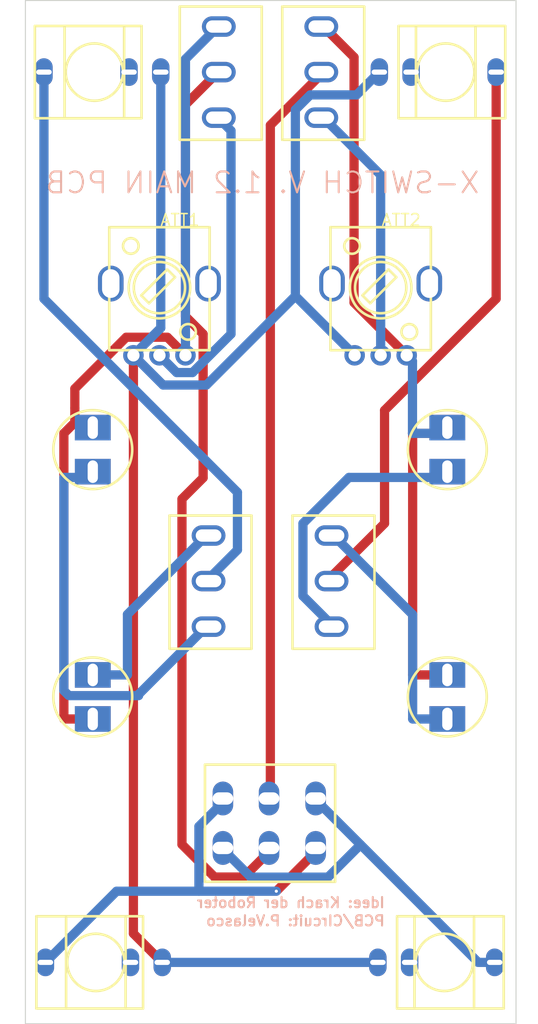
<source format=kicad_pcb>
(kicad_pcb (version 20171130) (host pcbnew "(5.1.5)-3") (page "A4") (layers (0 "F.Cu" signal) (31 "B.Cu" signal) (32 "B.Adhes" user) (33 "F.Adhes" user) (34 "B.Paste" user) (35 "F.Paste" user) (36 "B.SilkS" user) (37 "F.SilkS" user) (38 "B.Mask" user) (39 "F.Mask" user) (40 "Dwgs.User" user) (41 "Cmts.User" user) (42 "Eco1.User" user) (43 "Eco2.User" user) (44 "Edge.Cuts" user) (45 "Margin" user) (46 "B.CrtYd" user) (47 "F.CrtYd" user) (48 "B.Fab" user hide) (49 "F.Fab" user hide)) (net 0 "") (net 1 "ATT1_2") (net 2 "ATT1_4") (net 3 "ATT1_5") (net 4 "ATT2_2") (net 5 "ATT2_4") (net 6 "ATT2_5") (net 7 "GND") (net 8 "PB2_2") (net 9 "PB3_1") (net 10 "PB3_2") (net 11 "PB4_1") (net 12 "SW1_1") (net 13 "SW1_2") (net 14 "SW1_3") (net 15 "SW1_5") (net 16 "U1_1") (net 17 "U4_1") (net 18 "U4_2") (net 19 "U4_3") (net 20 "S$734") (segment (start -7.747 196.215) (end -14.468 196.215) (width 0.9) (layer "B.Cu") (net 18)) (segment (start -14.574 196.194) (end -15.039 195.729) (width 0.9) (layer "B.Cu") (net 18)) (segment (start -15.039 195.729) (end -15.039 174.924) (width 0.9) (layer "B.Cu") (net 18)) (segment (start -0.762 189.103) (end -7.853 196.194) (width 0.9) (layer "B.Cu") (net 18)) (segment (start -0.762 184.658) (end 1.897 181.999) (width 0.9) (layer "B.Cu") (net 17)) (segment (start 1.897 181.999) (end 1.897 176.373) (width 0.9) (layer "B.Cu") (net 17)) (segment (start 1.897 176.373) (end -16.985 157.49) (width 0.9) (layer "B.Cu") (net 17)) (segment (start -16.985 157.49) (end -16.985 135.382) (width 0.9) (layer "B.Cu") (net 17)) (segment (start 0.608 206.502) (end -1.862 208.972) (width 0.9) (layer "B.Cu") (net 14)) (segment (start -1.862 208.972) (end -1.862 215.295) (width 0.9) (layer "B.Cu") (net 14)) (segment (start -1.862 215.295) (end 5.691 215.295) (width 0.9) (layer "B.Cu") (net 14)) (segment (start 15.6 222.237) (end -5.44 222.237) (width 0.9) (layer "B.Cu") (net 7)) (segment (start 7.55 157.228) (end 13.335 163.012) (width 0.9) (layer "B.Cu") (net 7)) (segment (start 15.745 135.382) (end 13.522 137.605) (width 0.9) (layer "B.Cu") (net 7)) (segment (start 13.522 137.605) (end 9.002 137.605) (width 0.9) (layer "B.Cu") (net 7)) (segment (start 9.002 137.605) (end 7.55 139.056) (width 0.9) (layer "B.Cu") (net 7)) (segment (start 7.55 139.056) (end 7.55 157.228) (width 0.9) (layer "B.Cu") (net 7)) (segment (start 7.55 157.228) (end -1.131 165.909) (width 0.9) (layer "B.Cu") (net 7)) (segment (start -1.131 165.909) (end -5.358 165.909) (width 0.9) (layer "B.Cu") (net 7)) (segment (start -5.358 165.909) (end -8.255 163.012) (width 0.9) (layer "B.Cu") (net 7)) (segment (start -5.585 135.382) (end -5.585 160.342) (width 0.9) (layer "B.Cu") (net 7)) (segment (start -5.585 160.342) (end -8.255 163.012) (width 0.9) (layer "B.Cu") (net 7)) (segment (start 13.909 210.753) (end 25.393 222.237) (width 0.9) (layer "B.Cu") (net 12)) (segment (start 25.393 222.237) (end 27 222.237) (width 0.9) (layer "B.Cu") (net 12)) (segment (start 9.658 206.502) (end 13.909 210.753) (width 0.9) (layer "B.Cu") (net 12)) (segment (start 13.909 210.753) (end 10.74 213.922) (width 0.9) (layer "B.Cu") (net 12)) (segment (start 10.74 213.922) (end 3.202 213.922) (width 0.9) (layer "B.Cu") (net 12)) (segment (start 3.202 213.922) (end 0.608 211.328) (width 0.9) (layer "B.Cu") (net 12)) (segment (start 10.287 139.827) (end 15.875 145.415) (width 0.9) (layer "B.Cu") (net 4)) (segment (start 15.875 145.415) (end 15.875 163.012) (width 0.9) (layer "B.Cu") (net 4)) (segment (start 22.08 170.624) (end 18.979 170.624) (width 0.9) (layer "B.Cu") (net 10)) (segment (start 18.979 170.624) (end 18.979 163.576) (width 0.9) (layer "B.Cu") (net 10)) (segment (start 18.979 163.576) (end 18.415 163.012) (width 0.9) (layer "B.Cu") (net 10)) (segment (start -11.938 174.924) (end -15.039 174.924) (width 0.9) (layer "B.Cu") (net 18)) (segment (start -11.938 194.192) (end -8.837 194.192) (width 0.9) (layer "B.Cu") (net 19)) (segment (start -0.762 180.213) (end -8.837 188.288) (width 0.9) (layer "B.Cu") (net 19)) (segment (start -8.837 188.288) (end -8.837 194.192) (width 0.9) (layer "B.Cu") (net 19)) (segment (start 10.955 189.157) (end 8.291 186.493) (width 0.9) (layer "B.Cu") (net 9)) (segment (start 8.291 186.493) (end 8.291 179.411) (width 0.9) (layer "B.Cu") (net 9)) (segment (start 8.291 179.411) (end 12.778 174.924) (width 0.9) (layer "B.Cu") (net 9)) (segment (start 12.778 174.924) (end 22.08 174.924) (width 0.9) (layer "B.Cu") (net 9)) (segment (start 22.098 198.492) (end 18.997 198.492) (width 0.9) (layer "B.Cu") (net 11)) (segment (start 10.955 180.267) (end 18.997 188.309) (width 0.9) (layer "B.Cu") (net 11)) (segment (start 18.997 188.309) (end 18.997 198.492) (width 0.9) (layer "B.Cu") (net 11)) (segment (start 0 130.937) (end -3.175 134.112) (width 0.9) (layer "B.Cu") (net 8)) (segment (start -3.175 134.112) (end -3.175 163.012) (width 0.9) (layer "B.Cu") (net 8)) (segment (start 0 139.827) (end 1.27 141.097) (width 0.9) (layer "B.Cu") (net 1)) (segment (start 1.27 141.097) (end 1.27 160.937) (width 0.9) (layer "B.Cu") (net 1)) (segment (start 1.27 160.937) (end -2.487 164.694) (width 0.9) (layer "B.Cu") (net 1)) (segment (start -2.487 164.694) (end -4.034 164.694) (width 0.9) (layer "B.Cu") (net 1)) (segment (start -4.034 164.694) (end -5.715 163.012) (width 0.9) (layer "B.Cu") (net 1)) (segment (start -1.862 215.295) (end -9.898 215.295) (width 0.9) (layer "B.Cu") (net 14)) (segment (start -9.898 215.295) (end -16.84 222.237) (width 0.9) (layer "B.Cu") (net 14)) (gr_text "X-SWITCH V. 1.2 MAIN PCB" (at 25.654 146.177 0) (layer "B.SilkS") (effects (font (size 2.032 2.032) (thickness 0.203)) (justify left mirror))) (gr_text "Idee: Krach der Roboter" (at 16.383 216.408 0) (layer "B.SilkS") (effects (font (size 1 1) (thickness 0.203)) (justify left mirror))) (gr_text "PCB/CIrcuit: P.Velasco" (at 16.383 218.186 0) (layer "B.SilkS") (effects (font (size 1 1) (thickness 0.203)) (justify left mirror))) (gr_line (start 29.083 228.219) (end 29.083 228.219) (width 0.1) (layer "Edge.Cuts")) (gr_line (start 29.083 228.219) (end -18.796 228.219) (width 0.1) (layer "Edge.Cuts")) (gr_line (start -18.796 228.219) (end -18.796 128.397) (width 0.1) (layer "Edge.Cuts")) (gr_line (start -18.796 128.397) (end 28.956 128.397) (width 0.1) (layer "Edge.Cuts")) (gr_line (start 28.956 128.397) (end 29.083 128.397) (width 0.1) (layer "Edge.Cuts")) (gr_line (start 29.083 128.397) (end 29.083 228.219) (width 0.1) (layer "Edge.Cuts")) (segment (start -15.039 198.492) (end -15.039 170.624) (width 0.9) (layer "F.Cu") (net 8)) (segment (start 10.955 184.712) (end 16.254 179.413) (width 0.9) (layer "F.Cu") (net 16)) (segment (start 16.254 179.413) (end 16.254 168.381) (width 0.9) (layer "F.Cu") (net 16)) (segment (start 16.254 168.381) (end 27.145 157.49) (width 0.9) (layer "F.Cu") (net 16)) (segment (start 27.145 157.49) (end 27.145 135.382) (width 0.9) (layer "F.Cu") (net 16)) (segment (start 5.691 215.295) (end 9.658 211.328) (width 0.9) (layer "F.Cu") (net 14)) (segment (start -8.255 163.012) (end -8.255 219.422) (width 0.9) (layer "F.Cu") (net 7)) (segment (start -8.255 219.422) (end -5.44 222.237) (width 0.9) (layer "F.Cu") (net 7)) (segment (start -13.97 168.157) (end -13.97 169.555) (width 0.9) (layer "F.Cu") (net 8)) (segment (start -13.97 169.555) (end -15.039 170.624) (width 0.9) (layer "F.Cu") (net 8)) (segment (start -11.938 198.492) (end -15.039 198.492) (width 0.9) (layer "F.Cu") (net 8)) (segment (start -3.175 163.012) (end -4.939 161.248) (width 0.9) (layer "F.Cu") (net 8)) (segment (start -4.939 161.248) (end -8.954 161.248) (width 0.9) (layer "F.Cu") (net 8)) (segment (start -8.954 161.248) (end -13.97 166.264) (width 0.9) (layer "F.Cu") (net 8)) (segment (start -13.97 166.264) (end -13.97 168.157) (width 0.9) (layer "F.Cu") (net 8)) (segment (start 22.08 170.624) (end 18.979 170.624) (width 0.9) (layer "F.Cu") (net 10)) (segment (start 22.098 194.192) (end 18.997 194.192) (width 0.9) (layer "F.Cu") (net 10)) (segment (start 18.997 194.192) (end 18.997 170.642) (width 0.9) (layer "F.Cu") (net 10)) (segment (start 18.997 170.642) (end 18.979 170.624) (width 0.9) (layer "F.Cu") (net 10)) (segment (start 10.287 130.937) (end 13.278 133.928) (width 0.9) (layer "F.Cu") (net 10)) (segment (start 13.278 133.928) (end 13.278 157.875) (width 0.9) (layer "F.Cu") (net 10)) (segment (start 13.278 157.875) (end 18.415 163.012) (width 0.9) (layer "F.Cu") (net 10)) (segment (start 10.287 135.382) (end 5.108 140.561) (width 0.9) (layer "F.Cu") (net 15)) (segment (start 5.108 140.561) (end 5.108 206.502) (width 0.9) (layer "F.Cu") (net 15)) (segment (start 0 135.382) (end -3.18 138.562) (width 0.9) (layer "F.Cu") (net 13)) (segment (start -3.18 138.562) (end -3.18 159.205) (width 0.9) (layer "F.Cu") (net 13)) (segment (start -3.18 159.205) (end -1.451 160.935) (width 0.9) (layer "F.Cu") (net 13)) (segment (start -1.451 160.935) (end -1.451 174.964) (width 0.9) (layer "F.Cu") (net 13)) (segment (start -1.451 174.964) (end -3.516 177.028) (width 0.9) (layer "F.Cu") (net 13)) (segment (start -3.516 177.028) (end -3.516 210.735) (width 0.9) (layer "F.Cu") (net 13)) (segment (start -3.516 210.735) (end -0.339 213.912) (width 0.9) (layer "F.Cu") (net 13)) (segment (start -0.339 213.912) (end 2.524 213.912) (width 0.9) (layer "F.Cu") (net 13)) (segment (start 2.524 213.912) (end 5.108 211.328) (width 0.9) (layer "F.Cu") (net 13)) (module "easyeda:THONKICONN_1" (layer "F.Cu") (at 22.08 222.237 -90) (fp_text value "OUT2" (at -5.079 4.445 0) (layer "F.Fab") (effects (font (size 1.143 1.143) (thickness 0.152)) (justify left))) (fp_text reference "J4" (at 0.001 -6.35 -90) (layer "F.SilkS") hide (effects (font (size 1.143 1.143) (thickness 0.152)) (justify left))) (fp_arc (start 0 0) (end -2.794 0) (angle 180) (width 0.254) (layer "F.SilkS")) (fp_arc (start 0 0) (end 2.794 0) (angle 180) (width 0.254) (layer "F.SilkS")) (fp_line (start -4.5 -5.805) (end 4.5 -5.805) (width 0.254) (layer "F.SilkS")) (fp_line (start 4.5 -5.805) (end 4.5 2.905) (width 0.254) (layer "F.SilkS")) (fp_line (start 4.5 2.905) (end -4.5 2.905) (width 0.254) (layer "F.SilkS")) (fp_line (start -4.5 2.905) (end -4.5 -5.805) (width 0.254) (layer "F.SilkS")) (fp_line (start -4.5 -2.905) (end 4.5 -2.905) (width 0.254) (layer "F.SilkS")) (fp_line (start 4.5 -2.905) (end 4.5 4.605) (width 0.254) (layer "F.SilkS")) (fp_line (start 4.5 4.605) (end -4.5 4.605) (width 0.254) (layer "F.SilkS")) (fp_line (start -4.5 4.605) (end -4.5 -2.905) (width 0.254) (layer "F.SilkS")) (pad "" np_thru_hole circle (at 0 0) (size 3 3) (drill 3) (layers "*.Cu" "*.Mask")) (pad 3 thru_hole oval (at 0 -4.92 -90) (size 2.7 1.7) (layers "*.Cu" "*.Paste" "*.Mask") (drill oval 0.5 1.5) (net 12 "SW1_1")) (pad 2 thru_hole oval (at 0 3.38 -90) (size 2.7 1.7) (layers "*.Cu" "*.Paste" "*.Mask") (drill oval 0.5 1.5)) (pad 1 thru_hole oval (at 0 6.48 -90) (size 2.7 1.7) (layers "*.Cu" "*.Paste" "*.Mask") (drill oval 0.5 1.5) (net 7 "GND")) (fp_text user gge26c186242e0f51f1 (at 0 0) (layer "Cmts.User") (effects (font (size 1 1) (thickness 0.15))))) (module "easyeda:R09-5KΩ" (layer "F.Cu") (at -5.715 159.512) (fp_text value "100k" (at 0 -11.486 0) (layer "F.Fab") hide (effects (font (size 1.143 1.143) (thickness 0.152)) (justify left))) (fp_text reference "ATT1" (at 0 -9.708 0) (layer "F.SilkS") (effects (font (size 1.143 1.143) (thickness 0.152)) (justify left))) (fp_line (start -4.9 -9) (end 4.9 -9) (width 0.254) (layer "F.SilkS")) (fp_line (start 4.9 -9) (end 4.9 3) (width 0.254) (layer "F.SilkS")) (fp_line (start -4.9 -9) (end -4.9 3) (width 0.254) (layer "F.SilkS")) (fp_line (start -4.9 3) (end 4.9 3) (width 0.254) (layer "F.SilkS")) (fp_line (start 0.762 -4.882) (end -1.778 -2.342) (width 0.254) (layer "F.SilkS")) (fp_line (start -1.778 -2.342) (end -1.016 -1.58) (width 0.254) (layer "F.SilkS")) (fp_line (start -1.016 -1.58) (end 1.524 -4.12) (width 0.254) (layer "F.SilkS")) (fp_line (start 1.524 -4.12) (end 0.762 -4.882) (width 0.254) (layer "F.SilkS")) (fp_circle (center -2.794 -7.168) (end -2.032 -7.168) (layer "F.SilkS") (width 0.254)) (fp_circle (center 2.794 1.214) (end 3.556 1.214) (layer "F.SilkS") (width 0.254)) (fp_circle (center 0 -3.104) (end 3 -3.104) (layer "F.SilkS") (width 0.254)) (fp_circle (center 0 -3.104) (end 2.5 -3.104) (layer "F.SilkS") (width 0.254)) (pad 1 thru_hole circle (at -2.54 3.5 0) (size 2 2) (layers "*.Cu" "*.Paste" "*.Mask") (drill 1.2) (net 7 "GND")) (pad 2 thru_hole circle (at 0 3.5 0) (size 2 2) (layers "*.Cu" "*.Paste" "*.Mask") (drill 1.2) (net 1 "ATT1_2")) (pad 3 thru_hole circle (at 2.54 3.5 0) (size 2 2) (layers "*.Cu" "*.Paste" "*.Mask") (drill 1.2) (net 8 "PB2_2")) (pad 4 thru_hole oval (at 4.75 -3.5 0) (size 2.5 3.5) (layers "*.Cu" "*.Paste" "*.Mask") (drill oval 1.7 2.8) (net 2 "ATT1_4")) (pad 5 thru_hole oval (at -4.75 -3.5 0) (size 2.5 3.5) (layers "*.Cu" "*.Paste" "*.Mask") (drill oval 1.7 2.8) (net 3 "ATT1_5")) (fp_text user ggea55d97789d1be874 (at 0 0) (layer "Cmts.User") (effects (font (size 1 1) (thickness 0.15))))) (module "easyeda:THONKICONN_1" (layer "F.Cu") (at -12.065 135.382 90) (fp_text value "IN1" (at -3.556 -3.574 90) (layer "F.Fab") (effects (font (size 1.143 1.143) (thickness 0.152)) (justify left))) (fp_text reference "J1" (at 0 -6.35 90) (layer "F.SilkS") hide (effects (font (size 1.143 1.143) (thickness 0.152)) (justify left))) (fp_arc (start 0 0) (end -2.794 0) (angle 180) (width 0.254) (layer "F.SilkS")) (fp_arc (start 0 0) (end 2.794 0) (angle 180) (width 0.254) (layer "F.SilkS")) (pad "" np_thru_hole circle (at 0 0) (size 3 3) (drill 3) (layers "*.Cu" "*.Mask")) (fp_line (start -4.5 -5.805) (end 4.5 -5.805) (width 0.254) (layer "F.SilkS")) (fp_line (start 4.5 -5.805) (end 4.5 2.905) (width 0.254) (layer "F.SilkS")) (fp_line (start 4.5 2.905) (end -4.5 2.905) (width 0.254) (layer "F.SilkS")) (fp_line (start -4.5 2.905) (end -4.5 -5.805) (width 0.254) (layer "F.SilkS")) (fp_line (start -4.5 -2.905) (end 4.5 -2.905) (width 0.254) (layer "F.SilkS")) (fp_line (start 4.5 -2.905) (end 4.5 4.605) (width 0.254) (layer "F.SilkS")) (fp_line (start 4.5 4.605) (end -4.5 4.605) (width 0.254) (layer "F.SilkS")) (fp_line (start -4.5 4.605) (end -4.5 -2.905) (width 0.254) (layer "F.SilkS")) (pad 3 thru_hole oval (at 0 -4.92 90) (size 2.7 1.7) (layers "*.Cu" "*.Paste" "*.Mask") (drill oval 0.5 1.5) (net 17 "U4_1")) (pad 2 thru_hole oval (at 0 3.38 90) (size 2.7 1.7) (layers "*.Cu" "*.Paste" "*.Mask") (drill oval 0.5 1.5)) (pad 1 thru_hole oval (at 0 6.48 90) (size 2.7 1.7) (layers "*.Cu" "*.Paste" "*.Mask") (drill oval 0.5 1.5) (net 7 "GND")) (fp_text user gge432292da6a234d33 (at 0 0) (layer "Cmts.User") (effects (font (size 1 1) (thickness 0.15))))) (module "easyeda:PUSHBUTTON" (layer "F.Cu") (at -12.22 172.212 90) (fp_text value "CUT" (at -0.762 5.616 90) (layer "F.Fab") (effects (font (size 1.143 1.143) (thickness 0.152)) (justify left))) (fp_text reference "PB1" (at 0 -4.318 90) (layer "F.SilkS") hide (effects (font (size 1.143 1.143) (thickness 0.152)) (justify left))) (fp_circle (center 0 0) (end 3.85 0) (layer "F.SilkS") (width 0.254)) (fp_circle (center 0 0) (end 3.5 0) (layer "Cmts.User") (width 0.1)) (fp_circle (center 0 0) (end 3 0) (layer "Cmts.User") (width 0.1)) (pad 2 thru_hole rect (at 2.15 0 180) (size 3.5 2.5) (layers "*.Cu" "*.Paste" "*.Mask") (drill oval 1 2.2) (net 8 "PB2_2")) (pad 1 thru_hole rect (at -2.15 0 180) (size 3.5 2.5) (layers "*.Cu" "*.Paste" "*.Mask") (drill oval 1 2.2) (net 18 "U4_2")) (fp_text user gge5846001220b09363 (at 0 0) (layer "Cmts.User") (effects (font (size 1 1) (thickness 0.15))))) (module "easyeda:PUSHBUTTON" (layer "F.Cu") (at -12.22 196.342 -90) (fp_text value "CONNECT" (at 3.175 -5.616 90) (layer "F.Fab") (effects (font (size 1.143 1.143) (thickness 0.152)) (justify left))) (fp_text reference "PB2" (at 0 -4.318 -90) (layer "F.SilkS") hide (effects (font (size 1.143 1.143) (thickness 0.152)) (justify left))) (fp_circle (center 0 0) (end 3.85 0) (layer "F.SilkS") (width 0.254)) (fp_circle (center 0 0) (end 3.5 0) (layer "Cmts.User") (width 0.1)) (fp_circle (center 0 0) (end 3 0) (layer "Cmts.User") (width 0.1)) (pad 2 thru_hole rect (at 2.15 0 0) (size 3.5 2.5) (layers "*.Cu" "*.Paste" "*.Mask") (drill oval 1 2.2) (net 8 "PB2_2")) (pad 1 thru_hole rect (at -2.15 0 0) (size 3.5 2.5) (layers "*.Cu" "*.Paste" "*.Mask") (drill oval 1 2.2) (net 19 "U4_3")) (fp_text user gge39b04d1227f4b4e7 (at 0 0) (layer "Cmts.User") (effects (font (size 1 1) (thickness 0.15))))) (module "easyeda:MINI TOGGLE SWITCH SPDT ON-ON" (layer "F.Cu") (at 0.08 135.382 90) (fp_text value "ATT BYPASS" (at -5.207 -2.032 90) (layer "F.Fab") (effects (font (size 1.143 1.143) (thickness 0.152)) (justify left))) (fp_text reference "U3" (at -0.19 -4.318 90) (layer "F.SilkS") hide (effects (font (size 1.143 1.143) (thickness 0.152)) (justify left))) (fp_line (start -6.604 -3.81) (end 6.396 -3.81) (width 0.254) (layer "F.SilkS") (status 40000)) (fp_line (start 6.396 -3.81) (end 6.396 4.19) (width 0.254) (layer "F.SilkS") (status 40000)) (fp_line (start 6.396 4.19) (end -6.604 4.19) (width 0.254) (layer "F.SilkS") (status 40000)) (fp_line (start -6.604 4.19) (end -6.604 -3.81) (width 0.254) (layer "F.SilkS") (status 40000)) (pad 2 thru_hole oval (at -4.445 0 90) (size 2 3.3) (layers "*.Cu" "*.Paste" "*.Mask") (drill oval 1.2 2.5) (net 1 "ATT1_2")) (pad 1 thru_hole oval (at 0 0 90) (size 2 3.3) (layers "*.Cu" "*.Paste" "*.Mask") (drill oval 1.2 2.5) (net 13 "SW1_2")) (pad 3 thru_hole oval (at 4.445 0 90) (size 2 3.3) (layers "*.Cu" "*.Paste" "*.Mask") (drill oval 1.2 2.5) (net 8 "PB2_2")) (fp_text user gge9484a7830baa788f (at 0 0) (layer "Cmts.User") (effects (font (size 1 1) (thickness 0.15))))) (module "easyeda:THONKICONN_1" (layer "F.Cu") (at -11.92 222.238 90) (fp_text value "OUT1" (at 5.334 -3.937 0) (layer "F.Fab") (effects (font (size 1.143 1.143) (thickness 0.152)) (justify left))) (fp_text reference "J3" (at 0 -6.35 90) (layer "F.SilkS") hide (effects (font (size 1.143 1.143) (thickness 0.152)) (justify left))) (fp_arc (start 0 0) (end -2.794 0) (angle 180) (width 0.254) (layer "F.SilkS")) (fp_arc (start 0 0) (end 2.794 0) (angle 180) (width 0.254) (layer "F.SilkS")) (fp_line (start -4.5 -5.805) (end 4.5 -5.805) (width 0.254) (layer "F.SilkS")) (fp_line (start 4.5 -5.805) (end 4.5 2.905) (width 0.254) (layer "F.SilkS")) (fp_line (start 4.5 2.905) (end -4.5 2.905) (width 0.254) (layer "F.SilkS")) (fp_line (start -4.5 2.905) (end -4.5 -5.805) (width 0.254) (layer "F.SilkS")) (fp_line (start -4.5 -2.905) (end 4.5 -2.905) (width 0.254) (layer "F.SilkS")) (fp_line (start 4.5 -2.905) (end 4.5 4.605) (width 0.254) (layer "F.SilkS")) (fp_line (start 4.5 4.605) (end -4.5 4.605) (width 0.254) (layer "F.SilkS")) (fp_line (start -4.5 4.605) (end -4.5 -2.905) (width 0.254) (layer "F.SilkS")) (pad "" np_thru_hole circle (at 0 0) (size 3 3) (drill 3) (layers "*.Cu" "*.Mask")) (pad 3 thru_hole oval (at 0 -4.92 90) (size 2.7 1.7) (layers "*.Cu" "*.Paste" "*.Mask") (drill oval 0.5 1.5) (net 14 "SW1_3")) (pad 2 thru_hole oval (at 0 3.38 90) (size 2.7 1.7) (layers "*.Cu" "*.Paste" "*.Mask") (drill oval 0.5 1.5)) (pad 1 thru_hole oval (at 0 6.48 90) (size 2.7 1.7) (layers "*.Cu" "*.Paste" "*.Mask") (drill oval 0.5 1.5) (net 7 "GND")) (fp_text user gge691ea8d57af56a45 (at 0 0) (layer "Cmts.User") (effects (font (size 1 1) (thickness 0.15))))) (module "easyeda:6 PIN DPDT MOM SWITCH" (layer "F.Cu") (at 11.43 214.376 90) (fp_text value "DPDT CROSS" (at 12.065 -11.43 0) (layer "F.Fab") (effects (font (size 1.143 1.143) (thickness 0.152)) (justify left))) (fp_text reference "SW1" (at 5.588 -13.335 90) (layer "F.SilkS") hide (effects (font (size 1.143 1.143) (thickness 0.152)) (justify left))) (fp_line (start 0 -12.7) (end 11.43 -12.7) (width 0.254) (layer "F.SilkS")) (fp_line (start 11.43 -12.7) (end 11.43 0) (width 0.254) (layer "F.SilkS")) (fp_line (start 11.43 0) (end 0 0) (width 0.254) (layer "F.SilkS")) (fp_line (start 0 0) (end 0 -12.7) (width 0.254) (layer "F.SilkS")) (pad 4 thru_hole oval (at 8.128 -10.949 90) (size 3.3 2) (layers "*.Cu" "*.Paste" "*.Mask") (drill oval 1.2 2.5) (net 14 "SW1_3")) (pad 5 thru_hole oval (at 8.128 -6.449 90) (size 3.3 2) (layers "*.Cu" "*.Paste" "*.Mask") (drill oval 1.2 2.5) (net 15 "SW1_5")) (pad 6 thru_hole oval (at 8.128 -1.899 90) (size 3.3 2) (layers "*.Cu" "*.Paste" "*.Mask") (drill oval 1.2 2.5) (net 12 "SW1_1")) (pad 3 thru_hole oval (at 3.302 -1.899 90) (size 3.3 2) (layers "*.Cu" "*.Paste" "*.Mask") (drill oval 1.2 2.5) (net 14 "SW1_3")) (pad 2 thru_hole oval (at 3.302 -6.449 90) (size 3.3 2) (layers "*.Cu" "*.Paste" "*.Mask") (drill oval 1.2 2.5) (net 13 "SW1_2")) (pad 1 thru_hole oval (at 3.302 -10.949 90) (size 3.3 2) (layers "*.Cu" "*.Paste" "*.Mask") (drill oval 1.2 2.5) (net 12 "SW1_1")) (fp_text user gge7ebc9546b775a497 (at 0 0) (layer "Cmts.User") (effects (font (size 1 1) (thickness 0.15))))) (module "easyeda:MINI TOGGLE SWITCH SPDT ON-ON" (layer "F.Cu") (at -0.92 185.039 90) (fp_text value "CUT/CONNECT" (at -5.969 3.175 90) (layer "F.Fab") (effects (font (size 1.143 1.143) (thickness 0.152)) (justify left))) (fp_text reference "U4" (at -0.191 -4.318 90) (layer "F.SilkS") hide (effects (font (size 1.143 1.143) (thickness 0.152)) (justify left))) (fp_line (start -6.604 -3.81) (end 6.396 -3.81) (width 0.254) (layer "F.SilkS") (status 40000)) (fp_line (start 6.396 -3.81) (end 6.396 4.19) (width 0.254) (layer "F.SilkS") (status 40000)) (fp_line (start 6.396 4.19) (end -6.604 4.19) (width 0.254) (layer "F.SilkS") (status 40000)) (fp_line (start -6.604 4.19) (end -6.604 -3.81) (width 0.254) (layer "F.SilkS") (status 40000)) (pad 2 thru_hole oval (at -4.445 0 90) (size 2 3.3) (layers "*.Cu" "*.Paste" "*.Mask") (drill oval 1.2 2.5) (net 18 "U4_2")) (pad 1 thru_hole oval (at 0 0 90) (size 2 3.3) (layers "*.Cu" "*.Paste" "*.Mask") (drill oval 1.2 2.5) (net 17 "U4_1")) (pad 3 thru_hole oval (at 4.445 0 90) (size 2 3.3) (layers "*.Cu" "*.Paste" "*.Mask") (drill oval 1.2 2.5) (net 19 "U4_3")) (fp_text user ggedfede337e7ad0f59 (at 0 0) (layer "Cmts.User") (effects (font (size 1 1) (thickness 0.15))))) (module "easyeda:R09-5KΩ" (layer "F.Cu") (at 15.875 159.512) (fp_text value "100k" (at 0 -11.486 0) (layer "F.Fab") hide (effects (font (size 1.143 1.143) (thickness 0.152)) (justify left))) (fp_text reference "ATT2" (at 0 -9.708 0) (layer "F.SilkS") (effects (font (size 1.143 1.143) (thickness 0.152)) (justify left))) (fp_line (start -4.9 -9) (end 4.9 -9) (width 0.254) (layer "F.SilkS")) (fp_line (start 4.9 -9) (end 4.9 3) (width 0.254) (layer "F.SilkS")) (fp_line (start -4.9 -9) (end -4.9 3) (width 0.254) (layer "F.SilkS")) (fp_line (start -4.9 3) (end 4.9 3) (width 0.254) (layer "F.SilkS")) (fp_line (start 0.762 -4.882) (end -1.778 -2.342) (width 0.254) (layer "F.SilkS")) (fp_line (start -1.778 -2.342) (end -1.016 -1.58) (width 0.254) (layer "F.SilkS")) (fp_line (start -1.016 -1.58) (end 1.524 -4.12) (width 0.254) (layer "F.SilkS")) (fp_line (start 1.524 -4.12) (end 0.762 -4.882) (width 0.254) (layer "F.SilkS")) (fp_circle (center -2.794 -7.168) (end -2.032 -7.168) (layer "F.SilkS") (width 0.254)) (fp_circle (center 2.794 1.214) (end 3.556 1.214) (layer "F.SilkS") (width 0.254)) (fp_circle (center 0 -3.104) (end 3 -3.104) (layer "F.SilkS") (width 0.254)) (fp_circle (center 0 -3.104) (end 2.5 -3.104) (layer "F.SilkS") (width 0.254)) (pad 1 thru_hole circle (at -2.54 3.5 0) (size 2 2) (layers "*.Cu" "*.Paste" "*.Mask") (drill 1.2) (net 7 "GND")) (pad 2 thru_hole circle (at 0 3.5 0) (size 2 2) (layers "*.Cu" "*.Paste" "*.Mask") (drill 1.2) (net 4 "ATT2_2")) (pad 3 thru_hole circle (at 2.54 3.5 0) (size 2 2) (layers "*.Cu" "*.Paste" "*.Mask") (drill 1.2) (net 10 "PB3_2")) (pad 4 thru_hole oval (at 4.75 -3.5 0) (size 2.5 3.5) (layers "*.Cu" "*.Paste" "*.Mask") (drill oval 1.7 2.8) (net 5 "ATT2_4")) (pad 5 thru_hole oval (at -4.75 -3.5 0) (size 2.5 3.5) (layers "*.Cu" "*.Paste" "*.Mask") (drill oval 1.7 2.8) (net 6 "ATT2_5")) (fp_text user gge9788442625d1e330 (at 0 0) (layer "Cmts.User") (effects (font (size 1 1) (thickness 0.15))))) (module "easyeda:THONKICONN_1" (layer "F.Cu") (at 22.225 135.382 -90) (fp_text value "IN2" (at 4.318 -5.08 90) (layer "F.Fab") (effects (font (size 1.143 1.143) (thickness 0.152)) (justify left))) (fp_text reference "J2" (at 0 -6.35 -90) (layer "F.SilkS") hide (effects (font (size 1.143 1.143) (thickness 0.152)) (justify left))) (fp_arc (start 0 0) (end -2.794 0) (angle 180) (width 0.254) (layer "F.SilkS")) (fp_arc (start 0 0) (end 2.794 0) (angle 180) (width 0.254) (layer "F.SilkS")) (pad "" np_thru_hole circle (at 0 0) (size 3 3) (drill 3) (layers "*.Cu" "*.Mask")) (fp_line (start -4.5 -5.805) (end 4.5 -5.805) (width 0.254) (layer "F.SilkS")) (fp_line (start 4.5 -5.805) (end 4.5 2.905) (width 0.254) (layer "F.SilkS")) (fp_line (start 4.5 2.905) (end -4.5 2.905) (width 0.254) (layer "F.SilkS")) (fp_line (start -4.5 2.905) (end -4.5 -5.805) (width 0.254) (layer "F.SilkS")) (fp_line (start -4.5 -2.905) (end 4.5 -2.905) (width 0.254) (layer "F.SilkS")) (fp_line (start 4.5 -2.905) (end 4.5 4.605) (width 0.254) (layer "F.SilkS")) (fp_line (start 4.5 4.605) (end -4.5 4.605) (width 0.254) (layer "F.SilkS")) (fp_line (start -4.5 4.605) (end -4.5 -2.905) (width 0.254) (layer "F.SilkS")) (pad 3 thru_hole oval (at 0 -4.92 -90) (size 2.7 1.7) (layers "*.Cu" "*.Paste" "*.Mask") (drill oval 0.5 1.5) (net 16 "U1_1")) (pad 2 thru_hole oval (at 0 3.38 -90) (size 2.7 1.7) (layers "*.Cu" "*.Paste" "*.Mask") (drill oval 0.5 1.5)) (pad 1 thru_hole oval (at 0 6.48 -90) (size 2.7 1.7) (layers "*.Cu" "*.Paste" "*.Mask") (drill oval 0.5 1.5) (net 7 "GND")) (fp_text user gge2b65906902620a6b (at 0 0) (layer "Cmts.User") (effects (font (size 1 1) (thickness 0.15))))) (module "easyeda:PUSHBUTTON" (layer "F.Cu") (at 22.38 172.212 90) (fp_text value "CUT" (at -1.524 -4.346 90) (layer "F.Fab") (effects (font (size 1.143 1.143) (thickness 0.152)) (justify left))) (fp_text reference "PB3" (at 0 -4.318 90) (layer "F.SilkS") hide (effects (font (size 1.143 1.143) (thickness 0.152)) (justify left))) (fp_circle (center 0 0) (end 3.85 0) (layer "F.SilkS") (width 0.254)) (fp_circle (center 0 0) (end 3.5 0) (layer "Cmts.User") (width 0.1)) (fp_circle (center 0 0) (end 3 0) (layer "Cmts.User") (width 0.1)) (pad 2 thru_hole rect (at 2.15 0 180) (size 3.5 2.5) (layers "*.Cu" "*.Paste" "*.Mask") (drill oval 1 2.2) (net 10 "PB3_2")) (pad 1 thru_hole rect (at -2.15 0 180) (size 3.5 2.5) (layers "*.Cu" "*.Paste" "*.Mask") (drill oval 1 2.2) (net 9 "PB3_1")) (fp_text user ggeefac52be5f495676 (at 0 0) (layer "Cmts.User") (effects (font (size 1 1) (thickness 0.15))))) (module "easyeda:PUSHBUTTON" (layer "F.Cu") (at 22.38 196.342 90) (fp_text value "CONNECT" (at -3.81 -4.346 90) (layer "F.Fab") (effects (font (size 1.143 1.143) (thickness 0.152)) (justify left))) (fp_text reference "PB4" (at 0 -4.318 90) (layer "F.SilkS") hide (effects (font (size 1.143 1.143) (thickness 0.152)) (justify left))) (fp_circle (center 0 0) (end 3.85 0) (layer "F.SilkS") (width 0.254)) (fp_circle (center 0 0) (end 3.5 0) (layer "Cmts.User") (width 0.1)) (fp_circle (center 0 0) (end 3 0) (layer "Cmts.User") (width 0.1)) (pad 2 thru_hole rect (at 2.15 0 180) (size 3.5 2.5) (layers "*.Cu" "*.Paste" "*.Mask") (drill oval 1 2.2) (net 10 "PB3_2")) (pad 1 thru_hole rect (at -2.15 0 180) (size 3.5 2.5) (layers "*.Cu" "*.Paste" "*.Mask") (drill oval 1 2.2) (net 11 "PB4_1")) (fp_text user gge9605b48b326cbfa6 (at 0 0) (layer "Cmts.User") (effects (font (size 1 1) (thickness 0.15))))) (module "easyeda:MINI TOGGLE SWITCH SPDT ON-ON" (layer "F.Cu") (at 11.08 185.039 90) (fp_text value "CUT/CONNECT" (at -5.969 -1.524 90) (layer "F.Fab") (effects (font (size 1.143 1.143) (thickness 0.152)) (justify left))) (fp_text reference "U1" (at -0.191 -4.318 90) (layer "F.SilkS") hide (effects (font (size 1.143 1.143) (thickness 0.152)) (justify left))) (fp_line (start -6.604 -3.81) (end 6.396 -3.81) (width 0.254) (layer "F.SilkS") (status 40000)) (fp_line (start 6.396 -3.81) (end 6.396 4.19) (width 0.254) (layer "F.SilkS") (status 40000)) (fp_line (start 6.396 4.19) (end -6.604 4.19) (width 0.254) (layer "F.SilkS") (status 40000)) (fp_line (start -6.604 4.19) (end -6.604 -3.81) (width 0.254) (layer "F.SilkS") (status 40000)) (pad 2 thru_hole oval (at -4.445 0 90) (size 2 3.3) (layers "*.Cu" "*.Paste" "*.Mask") (drill oval 1.2 2.5) (net 9 "PB3_1")) (pad 1 thru_hole oval (at 0 0 90) (size 2 3.3) (layers "*.Cu" "*.Paste" "*.Mask") (drill oval 1.2 2.5) (net 16 "U1_1")) (pad 3 thru_hole oval (at 4.445 0 90) (size 2 3.3) (layers "*.Cu" "*.Paste" "*.Mask") (drill oval 1.2 2.5) (net 11 "PB4_1")) (fp_text user gge3dd3e744f55e9d99 (at 0 0) (layer "Cmts.User") (effects (font (size 1 1) (thickness 0.15))))) (module "easyeda:MINI TOGGLE SWITCH SPDT ON-ON" (layer "F.Cu") (at 10.08 135.382 90) (fp_text value "ATT BYPASS" (at -4.953 -2.286 90) (layer "F.Fab") (effects (font (size 1.143 1.143) (thickness 0.152)) (justify left))) (fp_text reference "U2" (at -0.19 -4.318 90) (layer "F.SilkS") hide (effects (font (size 1.143 1.143) (thickness 0.152)) (justify left))) (fp_line (start -6.604 -3.81) (end 6.396 -3.81) (width 0.254) (layer "F.SilkS") (status 40000)) (fp_line (start 6.396 -3.81) (end 6.396 4.19) (width 0.254) (layer "F.SilkS") (status 40000)) (fp_line (start 6.396 4.19) (end -6.604 4.19) (width 0.254) (layer "F.SilkS") (status 40000)) (fp_line (start -6.604 4.19) (end -6.604 -3.81) (width 0.254) (layer "F.SilkS") (status 40000)) (pad 2 thru_hole oval (at -4.445 0 90) (size 2 3.3) (layers "*.Cu" "*.Paste" "*.Mask") (drill oval 1.2 2.5) (net 4 "ATT2_2")) (pad 1 thru_hole oval (at 0 0 90) (size 2 3.3) (layers "*.Cu" "*.Paste" "*.Mask") (drill oval 1.2 2.5) (net 15 "SW1_5")) (pad 3 thru_hole oval (at 4.445 0 90) (size 2 3.3) (layers "*.Cu" "*.Paste" "*.Mask") (drill oval 1.2 2.5) (net 10 "PB3_2")) (fp_text user gge92f2038d78db2760 (at 0 0) (layer "Cmts.User") (effects (font (size 1 1) (thickness 0.15))))) (via (at 5.691 215.295) (size 0.8) (drill 0.305) (layers "F.Cu" "B.Cu") (net 14)))
</source>
